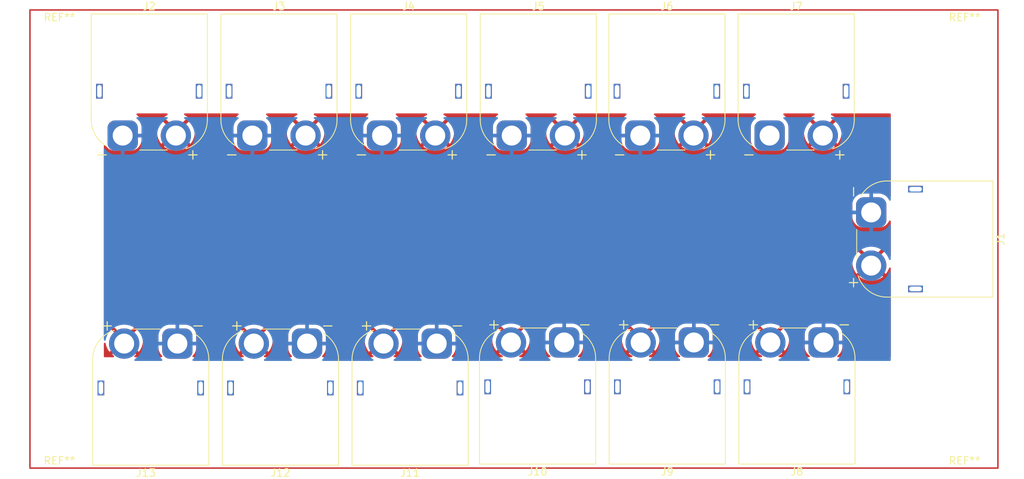
<source format=kicad_pcb>
(kicad_pcb (version 20240108) (generator "pcbnew") (generator_version "8.0")
  (layers (0 "F.Cu" signal) (31 "B.Cu" signal) (34 "B.Paste" user) (35 "F.Paste" user) (36 "B.SilkS" user "B.Silkscreen") (37 "F.SilkS" user "F.Silkscreen") (38 "B.Mask" user) (39 "F.Mask" user) (44 "Edge.Cuts" user))
  (net 0 "")
  (net 1 "GND")
  (net 2 "VCC")
  (footprint "MountingHole:MountingHole_2.5mm" (layer "F.Cu") (at 72.5 57.5)
    (property "Reference" "REF**" (at 0 -3.5 0) (layer "F.SilkS"))
    (property "Value" "MountingHole_2.5mm")
    (pad "" np_thru_hole circle (at 0 0) (size 2.5 2.5) (drill 2.5) (layers "*.Cu" "*.Mask"))
  )
  (footprint "Connector_AMASS:AMASS_XT60PW-M_1x02_P7.20mm_Horizontal" (layer "F.Cu") (at 106 98.15 180)
    (property "Reference" "J12" (at 3.6 -17.5 0) (layer "F.SilkS"))
    (property "Value" "XT60PW-M")
    (fp_line (start 11.46 -16.46) (end 11.46 -2.15) (stroke (width 0.12)) (layer "F.SilkS"))
    (fp_line (start 2.31 1.96) (end 6.05 1.96) (stroke (width 0.12)) (layer "F.SilkS"))
    (fp_line (start -4.26 -16.46) (end 11.46 -16.46) (stroke (width 0.12)) (layer "F.SilkS"))
    (fp_line (start -4.26 -16.46) (end -4.26 -2.15) (stroke (width 0.12)) (layer "F.SilkS"))
    (fp_arc (start 11.46 -2.15) (mid 10.653852 0.294722) (end 8.551648 1.780413) (stroke (width 0.12)) (layer "F.SilkS"))
    (fp_arc (start -2.266806 1.372958) (mid -3.727162 -0.126139) (end -4.26 -2.15) (stroke (width 0.12)) (layer "F.SilkS"))
    (fp_text user "-" (at -2.8 2.5 0) (layer "F.SilkS") (effects (font (size 1.5 1.5))))
    (fp_text user "+" (at 9.5 2.5 0) (layer "F.SilkS") (effects (font (size 1.5 1.5))))
    (pad "" thru_hole rect (at -3.15 -6 180) (size 0.9 2) (drill oval 0.6 1.7) (layers "*.Cu" "*.Mask"))
    (pad "" thru_hole rect (at 10.35 -6 180) (size 0.9 2) (drill oval 0.6 1.7) (layers "*.Cu" "*.Mask"))
    (pad "1" thru_hole roundrect (at 0 0 180) (size 4.1 4.1) (drill 2.7) (layers "*.Cu" "*.Mask") (net 1 "GND"))
    (pad "2" thru_hole circle (at 7.2 0 180) (size 4.1 4.1) (drill 2.7) (layers "*.Cu" "*.Mask") (net 2 "VCC"))
  )
  (footprint "MountingHole:MountingHole_2.5mm" (layer "F.Cu") (at 195 110.5 180)
    (property "Reference" "REF**" (at 0 -3.5 0) (layer "F.SilkS"))
    (property "Value" "MountingHole_2.5mm")
    (pad "" np_thru_hole circle (at 0 0 180) (size 2.5 2.5) (drill 2.5) (layers "*.Cu" "*.Mask"))
  )
  (footprint "Connector_AMASS:AMASS_XT60PW-M_1x02_P7.20mm_Horizontal" (layer "F.Cu") (at 175.9 98 180)
    (property "Reference" "J8" (at 3.6 -17.5 0) (layer "F.SilkS"))
    (property "Value" "XT60PW-M")
    (fp_line (start 11.46 -16.46) (end 11.46 -2.15) (stroke (width 0.12)) (layer "F.SilkS"))
    (fp_line (start 2.31 1.96) (end 6.05 1.96) (stroke (width 0.12)) (layer "F.SilkS"))
    (fp_line (start -4.26 -16.46) (end 11.46 -16.46) (stroke (width 0.12)) (layer "F.SilkS"))
    (fp_line (start -4.26 -16.46) (end -4.26 -2.15) (stroke (width 0.12)) (layer "F.SilkS"))
    (fp_arc (start 11.46 -2.15) (mid 10.653852 0.294722) (end 8.551648 1.780413) (stroke (width 0.12)) (layer "F.SilkS"))
    (fp_arc (start -2.266806 1.372958) (mid -3.727162 -0.126139) (end -4.26 -2.15) (stroke (width 0.12)) (layer "F.SilkS"))
    (fp_text user "-" (at -2.8 2.5 0) (layer "F.SilkS") (effects (font (size 1.5 1.5))))
    (fp_text user "+" (at 9.5 2.5 0) (layer "F.SilkS") (effects (font (size 1.5 1.5))))
    (pad "" thru_hole rect (at -3.15 -6 180) (size 0.9 2) (drill oval 0.6 1.7) (layers "*.Cu" "*.Mask"))
    (pad "" thru_hole rect (at 10.35 -6 180) (size 0.9 2) (drill oval 0.6 1.7) (layers "*.Cu" "*.Mask"))
    (pad "1" thru_hole roundrect (at 0 0 180) (size 4.1 4.1) (drill 2.7) (layers "*.Cu" "*.Mask") (net 1 "GND"))
    (pad "2" thru_hole circle (at 7.2 0 180) (size 4.1 4.1) (drill 2.7) (layers "*.Cu" "*.Mask") (net 2 "VCC"))
  )
  (footprint "Connector_AMASS:AMASS_XT60PW-M_1x02_P7.20mm_Horizontal" (layer "F.Cu") (at 182.35 80.4 -90)
    (property "Reference" "J1" (at 3.6 -17.5 90) (layer "F.SilkS"))
    (property "Value" "XT60PW-M")
    (fp_line (start 2.31 1.96) (end 6.05 1.96) (stroke (width 0.12)) (layer "F.SilkS"))
    (fp_line (start -4.26 -16.46) (end -4.26 -2.15) (stroke (width 0.12)) (layer "F.SilkS"))
    (fp_line (start -4.26 -16.46) (end 11.46 -16.46) (stroke (width 0.12)) (layer "F.SilkS"))
    (fp_line (start 11.46 -16.46) (end 11.46 -2.15) (stroke (width 0.12)) (layer "F.SilkS"))
    (fp_arc (start -2.266806 1.372958) (mid -3.727162 -0.126139) (end -4.26 -2.15) (stroke (width 0.12)) (layer "F.SilkS"))
    (fp_arc (start 11.46 -2.15) (mid 10.653852 0.294722) (end 8.551648 1.780413) (stroke (width 0.12)) (layer "F.SilkS"))
    (fp_text user "+" (at 9.5 2.5 90) (layer "F.SilkS") (effects (font (size 1.5 1.5))))
    (fp_text user "-" (at -2.8 2.5 90) (layer "F.SilkS") (effects (font (size 1.5 1.5))))
    (pad "" thru_hole rect (at -3.15 -6 270) (size 0.9 2) (drill oval 0.6 1.7) (layers "*.Cu" "*.Mask"))
    (pad "" thru_hole rect (at 10.35 -6 270) (size 0.9 2) (drill oval 0.6 1.7) (layers "*.Cu" "*.Mask"))
    (pad "1" thru_hole roundrect (at 0 0 270) (size 4.1 4.1) (drill 2.7) (layers "*.Cu" "*.Mask") (net 1 "GND"))
    (pad "2" thru_hole circle (at 7.2 0 270) (size 4.1 4.1) (drill 2.7) (layers "*.Cu" "*.Mask") (net 2 "VCC"))
  )
  (footprint "Connector_AMASS:AMASS_XT60PW-M_1x02_P7.20mm_Horizontal" (layer "F.Cu") (at 88.45 98.15 180)
    (property "Reference" "J13" (at 4.25 -17.5 0) (layer "F.SilkS"))
    (property "Value" "XT60PW-M")
    (fp_line (start 11.46 -16.46) (end 11.46 -2.15) (stroke (width 0.12)) (layer "F.SilkS"))
    (fp_line (start 2.31 1.96) (end 6.05 1.96) (stroke (width 0.12)) (layer "F.SilkS"))
    (fp_line (start -4.26 -16.46) (end 11.46 -16.46) (stroke (width 0.12)) (layer "F.SilkS"))
    (fp_line (start -4.26 -16.46) (end -4.26 -2.15) (stroke (width 0.12)) (layer "F.SilkS"))
    (fp_arc (start 11.46 -2.15) (mid 10.653852 0.294722) (end 8.551648 1.780413) (stroke (width 0.12)) (layer "F.SilkS"))
    (fp_arc (start -2.266806 1.372958) (mid -3.727162 -0.126139) (end -4.26 -2.15) (stroke (width 0.12)) (layer "F.SilkS"))
    (fp_text user "-" (at -2.8 2.5 0) (layer "F.SilkS") (effects (font (size 1.5 1.5))))
    (fp_text user "+" (at 9.5 2.5 0) (layer "F.SilkS") (effects (font (size 1.5 1.5))))
    (pad "" thru_hole rect (at -3.15 -6 180) (size 0.9 2) (drill oval 0.6 1.7) (layers "*.Cu" "*.Mask"))
    (pad "" thru_hole rect (at 10.35 -6 180) (size 0.9 2) (drill oval 0.6 1.7) (layers "*.Cu" "*.Mask"))
    (pad "1" thru_hole roundrect (at 0 0 180) (size 4.1 4.1) (drill 2.7) (layers "*.Cu" "*.Mask") (net 1 "GND"))
    (pad "2" thru_hole circle (at 7.2 0 180) (size 4.1 4.1) (drill 2.7) (layers "*.Cu" "*.Mask") (net 2 "VCC"))
  )
  (footprint "MountingHole:MountingHole_2.5mm" (layer "F.Cu") (at 72.5 110.5 180)
    (property "Reference" "REF**" (at 0 -3.5 360) (layer "F.SilkS"))
    (property "Value" "MountingHole_2.5mm")
    (pad "" np_thru_hole circle (at 0 0 180) (size 2.5 2.5) (drill 2.5) (layers "*.Cu" "*.Mask"))
  )
  (footprint "Connector_AMASS:AMASS_XT60PW-M_1x02_P7.20mm_Horizontal" (layer "F.Cu") (at 158.35 98 180)
    (property "Reference" "J9" (at 3.6 -17.5 0) (layer "F.SilkS"))
    (property "Value" "XT60PW-M")
    (fp_line (start 11.46 -16.46) (end 11.46 -2.15) (stroke (width 0.12)) (layer "F.SilkS"))
    (fp_line (start 2.31 1.96) (end 6.05 1.96) (stroke (width 0.12)) (layer "F.SilkS"))
    (fp_line (start -4.26 -16.46) (end 11.46 -16.46) (stroke (width 0.12)) (layer "F.SilkS"))
    (fp_line (start -4.26 -16.46) (end -4.26 -2.15) (stroke (width 0.12)) (layer "F.SilkS"))
    (fp_arc (start 11.46 -2.15) (mid 10.653852 0.294722) (end 8.551648 1.780413) (stroke (width 0.12)) (layer "F.SilkS"))
    (fp_arc (start -2.266806 1.372958) (mid -3.727162 -0.126139) (end -4.26 -2.15) (stroke (width 0.12)) (layer "F.SilkS"))
    (fp_text user "-" (at -2.8 2.5 0) (layer "F.SilkS") (effects (font (size 1.5 1.5))))
    (fp_text user "+" (at 9.5 2.5 0) (layer "F.SilkS") (effects (font (size 1.5 1.5))))
    (pad "" thru_hole rect (at -3.15 -6 180) (size 0.9 2) (drill oval 0.6 1.7) (layers "*.Cu" "*.Mask"))
    (pad "" thru_hole rect (at 10.35 -6 180) (size 0.9 2) (drill oval 0.6 1.7) (layers "*.Cu" "*.Mask"))
    (pad "1" thru_hole roundrect (at 0 0 180) (size 4.1 4.1) (drill 2.7) (layers "*.Cu" "*.Mask") (net 1 "GND"))
    (pad "2" thru_hole circle (at 7.2 0 180) (size 4.1 4.1) (drill 2.7) (layers "*.Cu" "*.Mask") (net 2 "VCC"))
  )
  (footprint "Connector_AMASS:AMASS_XT60PW-M_1x02_P7.20mm_Horizontal" (layer "F.Cu") (at 81.05 70)
    (property "Reference" "J2" (at 3.6 -17.5 0) (layer "F.SilkS"))
    (property "Value" "XT60PW-M")
    (fp_line (start -4.26 -16.46) (end -4.26 -2.15) (stroke (width 0.12)) (layer "F.SilkS"))
    (fp_line (start -4.26 -16.46) (end 11.46 -16.46) (stroke (width 0.12)) (layer "F.SilkS"))
    (fp_line (start 2.31 1.96) (end 6.05 1.96) (stroke (width 0.12)) (layer "F.SilkS"))
    (fp_line (start 11.46 -16.46) (end 11.46 -2.15) (stroke (width 0.12)) (layer "F.SilkS"))
    (fp_arc (start -2.266806 1.372958) (mid -3.727162 -0.126139) (end -4.26 -2.15) (stroke (width 0.12)) (layer "F.SilkS"))
    (fp_arc (start 11.46 -2.15) (mid 10.653852 0.294722) (end 8.551648 1.780413) (stroke (width 0.12)) (layer "F.SilkS"))
    (fp_text user "-" (at -2.8 2.5 0) (layer "F.SilkS") (effects (font (size 1.5 1.5))))
    (fp_text user "+" (at 9.5 2.5 0) (layer "F.SilkS") (effects (font (size 1.5 1.5))))
    (pad "" thru_hole rect (at -3.15 -6) (size 0.9 2) (drill oval 0.6 1.7) (layers "*.Cu" "*.Mask"))
    (pad "" thru_hole rect (at 10.35 -6) (size 0.9 2) (drill oval 0.6 1.7) (layers "*.Cu" "*.Mask"))
    (pad "1" thru_hole roundrect (at 0 0) (size 4.1 4.1) (drill 2.7) (layers "*.Cu" "*.Mask") (net 1 "GND"))
    (pad "2" thru_hole circle (at 7.2 0) (size 4.1 4.1) (drill 2.7) (layers "*.Cu" "*.Mask") (net 2 "VCC"))
  )
  (footprint "Connector_AMASS:AMASS_XT60PW-M_1x02_P7.20mm_Horizontal" (layer "F.Cu") (at 151.1 70)
    (property "Reference" "J6" (at 3.6 -17.5 0) (layer "F.SilkS"))
    (property "Value" "XT60PW-M")
    (fp_line (start -4.26 -16.46) (end -4.26 -2.15) (stroke (width 0.12)) (layer "F.SilkS"))
    (fp_line (start -4.26 -16.46) (end 11.46 -16.46) (stroke (width 0.12)) (layer "F.SilkS"))
    (fp_line (start 2.31 1.96) (end 6.05 1.96) (stroke (width 0.12)) (layer "F.SilkS"))
    (fp_line (start 11.46 -16.46) (end 11.46 -2.15) (stroke (width 0.12)) (layer "F.SilkS"))
    (fp_arc (start -2.266806 1.372958) (mid -3.727162 -0.126139) (end -4.26 -2.15) (stroke (width 0.12)) (layer "F.SilkS"))
    (fp_arc (start 11.46 -2.15) (mid 10.653852 0.294722) (end 8.551648 1.780413) (stroke (width 0.12)) (layer "F.SilkS"))
    (fp_text user "-" (at -2.8 2.5 0) (layer "F.SilkS") (effects (font (size 1.5 1.5))))
    (fp_text user "+" (at 9.5 2.5 0) (layer "F.SilkS") (effects (font (size 1.5 1.5))))
    (pad "" thru_hole rect (at -3.15 -6) (size 0.9 2) (drill oval 0.6 1.7) (layers "*.Cu" "*.Mask"))
    (pad "" thru_hole rect (at 10.35 -6) (size 0.9 2) (drill oval 0.6 1.7) (layers "*.Cu" "*.Mask"))
    (pad "1" thru_hole roundrect (at 0 0) (size 4.1 4.1) (drill 2.7) (layers "*.Cu" "*.Mask") (net 1 "GND"))
    (pad "2" thru_hole circle (at 7.2 0) (size 4.1 4.1) (drill 2.7) (layers "*.Cu" "*.Mask") (net 2 "VCC"))
  )
  (footprint "Connector_AMASS:AMASS_XT60PW-M_1x02_P7.20mm_Horizontal" (layer "F.Cu") (at 140.8 98 180)
    (property "Reference" "J10" (at 3.6 -17.5 0) (layer "F.SilkS"))
    (property "Value" "XT60PW-M")
    (fp_line (start 11.46 -16.46) (end 11.46 -2.15) (stroke (width 0.12)) (layer "F.SilkS"))
    (fp_line (start 2.31 1.96) (end 6.05 1.96) (stroke (width 0.12)) (layer "F.SilkS"))
    (fp_line (start -4.26 -16.46) (end 11.46 -16.46) (stroke (width 0.12)) (layer "F.SilkS"))
    (fp_line (start -4.26 -16.46) (end -4.26 -2.15) (stroke (width 0.12)) (layer "F.SilkS"))
    (fp_arc (start 11.46 -2.15) (mid 10.653852 0.294722) (end 8.551648 1.780413) (stroke (width 0.12)) (layer "F.SilkS"))
    (fp_arc (start -2.266806 1.372958) (mid -3.727162 -0.126139) (end -4.26 -2.15) (stroke (width 0.12)) (layer "F.SilkS"))
    (fp_text user "-" (at -2.8 2.5 0) (layer "F.SilkS") (effects (font (size 1.5 1.5))))
    (fp_text user "+" (at 9.5 2.5 0) (layer "F.SilkS") (effects (font (size 1.5 1.5))))
    (pad "" thru_hole rect (at -3.15 -6 180) (size 0.9 2) (drill oval 0.6 1.7) (layers "*.Cu" "*.Mask"))
    (pad "" thru_hole rect (at 10.35 -6 180) (size 0.9 2) (drill oval 0.6 1.7) (layers "*.Cu" "*.Mask"))
    (pad "1" thru_hole roundrect (at 0 0 180) (size 4.1 4.1) (drill 2.7) (layers "*.Cu" "*.Mask") (net 1 "GND"))
    (pad "2" thru_hole circle (at 7.2 0 180) (size 4.1 4.1) (drill 2.7) (layers "*.Cu" "*.Mask") (net 2 "VCC"))
  )
  (footprint "Connector_AMASS:AMASS_XT60PW-M_1x02_P7.20mm_Horizontal" (layer "F.Cu") (at 133.7 70)
    (property "Reference" "J5" (at 3.6 -17.5 0) (layer "F.SilkS"))
    (property "Value" "XT60PW-M")
    (fp_line (start -4.26 -16.46) (end -4.26 -2.15) (stroke (width 0.12)) (layer "F.SilkS"))
    (fp_line (start -4.26 -16.46) (end 11.46 -16.46) (stroke (width 0.12)) (layer "F.SilkS"))
    (fp_line (start 2.31 1.96) (end 6.05 1.96) (stroke (width 0.12)) (layer "F.SilkS"))
    (fp_line (start 11.46 -16.46) (end 11.46 -2.15) (stroke (width 0.12)) (layer "F.SilkS"))
    (fp_arc (start -2.266806 1.372958) (mid -3.727162 -0.126139) (end -4.26 -2.15) (stroke (width 0.12)) (layer "F.SilkS"))
    (fp_arc (start 11.46 -2.15) (mid 10.653852 0.294722) (end 8.551648 1.780413) (stroke (width 0.12)) (layer "F.SilkS"))
    (fp_text user "+" (at 9.5 2.5 0) (layer "F.SilkS") (effects (font (size 1.5 1.5))))
    (fp_text user "-" (at -2.8 2.5 0) (layer "F.SilkS") (effects (font (size 1.5 1.5))))
    (pad "" thru_hole rect (at -3.15 -6) (size 0.9 2) (drill oval 0.6 1.7) (layers "*.Cu" "*.Mask"))
    (pad "" thru_hole rect (at 10.35 -6) (size 0.9 2) (drill oval 0.6 1.7) (layers "*.Cu" "*.Mask"))
    (pad "1" thru_hole roundrect (at 0 0) (size 4.1 4.1) (drill 2.7) (layers "*.Cu" "*.Mask") (net 1 "GND"))
    (pad "2" thru_hole circle (at 7.2 0) (size 4.1 4.1) (drill 2.7) (layers "*.Cu" "*.Mask") (net 2 "VCC"))
  )
  (footprint "Connector_AMASS:AMASS_XT60PW-M_1x02_P7.20mm_Horizontal" (layer "F.Cu") (at 168.6 70)
    (property "Reference" "J7" (at 3.6 -17.5 0) (layer "F.SilkS"))
    (property "Value" "XT60PW-M")
    (fp_line (start -4.26 -16.46) (end -4.26 -2.15) (stroke (width 0.12)) (layer "F.SilkS"))
    (fp_line (start -4.26 -16.46) (end 11.46 -16.46) (stroke (width 0.12)) (layer "F.SilkS"))
    (fp_line (start 2.31 1.96) (end 6.05 1.96) (stroke (width 0.12)) (layer "F.SilkS"))
    (fp_line (start 11.46 -16.46) (end 11.46 -2.15) (stroke (width 0.12)) (layer "F.SilkS"))
    (fp_arc (start -2.266806 1.372958) (mid -3.727162 -0.126139) (end -4.26 -2.15) (stroke (width 0.12)) (layer "F.SilkS"))
    (fp_arc (start 11.46 -2.15) (mid 10.653852 0.294722) (end 8.551648 1.780413) (stroke (width 0.12)) (layer "F.SilkS"))
    (fp_text user "-" (at -2.8 2.5 0) (layer "F.SilkS") (effects (font (size 1.5 1.5))))
    (fp_text user "+" (at 9.5 2.5 0) (layer "F.SilkS") (effects (font (size 1.5 1.5))))
    (pad "" thru_hole rect (at -3.15 -6) (size 0.9 2) (drill oval 0.6 1.7) (layers "*.Cu" "*.Mask"))
    (pad "" thru_hole rect (at 10.35 -6) (size 0.9 2) (drill oval 0.6 1.7) (layers "*.Cu" "*.Mask"))
    (pad "1" thru_hole roundrect (at 0 0) (size 4.1 4.1) (drill 2.7) (layers "*.Cu" "*.Mask"))
    (pad "2" thru_hole circle (at 7.2 0) (size 4.1 4.1) (drill 2.7) (layers "*.Cu" "*.Mask") (net 2 "VCC"))
  )
  (footprint "Connector_AMASS:AMASS_XT60PW-M_1x02_P7.20mm_Horizontal" (layer "F.Cu") (at 123.55 98.15 180)
    (property "Reference" "J11" (at 3.6 -17.5 0) (layer "F.SilkS"))
    (property "Value" "XT60PW-M")
    (fp_line (start 11.46 -16.46) (end 11.46 -2.15) (stroke (width 0.12)) (layer "F.SilkS"))
    (fp_line (start 2.31 1.96) (end 6.05 1.96) (stroke (width 0.12)) (layer "F.SilkS"))
    (fp_line (start -4.26 -16.46) (end 11.46 -16.46) (stroke (width 0.12)) (layer "F.SilkS"))
    (fp_line (start -4.26 -16.46) (end -4.26 -2.15) (stroke (width 0.12)) (layer "F.SilkS"))
    (fp_arc (start 11.46 -2.15) (mid 10.653852 0.294722) (end 8.551648 1.780413) (stroke (width 0.12)) (layer "F.SilkS"))
    (fp_arc (start -2.266806 1.372958) (mid -3.727162 -0.126139) (end -4.26 -2.15) (stroke (width 0.12)) (layer "F.SilkS"))
    (fp_text user "+" (at 9.5 2.5 0) (layer "F.SilkS") (effects (font (size 1.5 1.5))))
    (fp_text user "-" (at -2.8 2.5 0) (layer "F.SilkS") (effects (font (size 1.5 1.5))))
    (pad "" thru_hole rect (at -3.15 -6 180) (size 0.9 2) (drill oval 0.6 1.7) (layers "*.Cu" "*.Mask"))
    (pad "" thru_hole rect (at 10.35 -6 180) (size 0.9 2) (drill oval 0.6 1.7) (layers "*.Cu" "*.Mask"))
    (pad "1" thru_hole roundrect (at 0 0 180) (size 4.1 4.1) (drill 2.7) (layers "*.Cu" "*.Mask") (net 1 "GND"))
    (pad "2" thru_hole circle (at 7.2 0 180) (size 4.1 4.1) (drill 2.7) (layers "*.Cu" "*.Mask") (net 2 "VCC"))
  )
  (footprint "Connector_AMASS:AMASS_XT60PW-M_1x02_P7.20mm_Horizontal" (layer "F.Cu") (at 116.15 70)
    (property "Reference" "J4" (at 3.6 -17.5 0) (layer "F.SilkS"))
    (property "Value" "XT60PW-M")
    (fp_line (start -4.26 -16.46) (end -4.26 -2.15) (stroke (width 0.12)) (layer "F.SilkS"))
    (fp_line (start -4.26 -16.46) (end 11.46 -16.46) (stroke (width 0.12)) (layer "F.SilkS"))
    (fp_line (start 2.31 1.96) (end 6.05 1.96) (stroke (width 0.12)) (layer "F.SilkS"))
    (fp_line (start 11.46 -16.46) (end 11.46 -2.15) (stroke (width 0.12)) (layer "F.SilkS"))
    (fp_arc (start -2.266806 1.372958) (mid -3.727162 -0.126139) (end -4.26 -2.15) (stroke (width 0.12)) (layer "F.SilkS"))
    (fp_arc (start 11.46 -2.15) (mid 10.653852 0.294722) (end 8.551648 1.780413) (stroke (width 0.12)) (layer "F.SilkS"))
    (fp_text user "-" (at -2.8 2.5 0) (layer "F.SilkS") (effects (font (size 1.5 1.5))))
    (fp_text user "+" (at 9.5 2.5 0) (layer "F.SilkS") (effects (font (size 1.5 1.5))))
    (pad "" thru_hole rect (at -3.15 -6) (size 0.9 2) (drill oval 0.6 1.7) (layers "*.Cu" "*.Mask"))
    (pad "" thru_hole rect (at 10.35 -6) (size 0.9 2) (drill oval 0.6 1.7) (layers "*.Cu" "*.Mask"))
    (pad "1" thru_hole roundrect (at 0 0) (size 4.1 4.1) (drill 2.7) (layers "*.Cu" "*.Mask") (net 1 "GND"))
    (pad "2" thru_hole circle (at 7.2 0) (size 4.1 4.1) (drill 2.7) (layers "*.Cu" "*.Mask") (net 2 "VCC"))
  )
  (footprint "MountingHole:MountingHole_2.5mm" (layer "F.Cu") (at 195 57.5)
    (property "Reference" "REF**" (at 0 -3.5 0) (layer "F.SilkS"))
    (property "Value" "MountingHole_2.5mm")
    (pad "" np_thru_hole circle (at 0 0) (size 2.5 2.5) (drill 2.5) (layers "*.Cu" "*.Mask"))
  )
  (footprint "Connector_AMASS:AMASS_XT60PW-M_1x02_P7.20mm_Horizontal" (layer "F.Cu") (at 98.6 70)
    (property "Reference" "J3" (at 3.6 -17.5 0) (layer "F.SilkS"))
    (property "Value" "XT60PW-M")
    (fp_line (start -4.26 -16.46) (end -4.26 -2.15) (stroke (width 0.12)) (layer "F.SilkS"))
    (fp_line (start -4.26 -16.46) (end 11.46 -16.46) (stroke (width 0.12)) (layer "F.SilkS"))
    (fp_line (start 2.31 1.96) (end 6.05 1.96) (stroke (width 0.12)) (layer "F.SilkS"))
    (fp_line (start 11.46 -16.46) (end 11.46 -2.15) (stroke (width 0.12)) (layer "F.SilkS"))
    (fp_arc (start -2.266806 1.372958) (mid -3.727162 -0.126139) (end -4.26 -2.15) (stroke (width 0.12)) (layer "F.SilkS"))
    (fp_arc (start 11.46 -2.15) (mid 10.653852 0.294722) (end 8.551648 1.780413) (stroke (width 0.12)) (layer "F.SilkS"))
    (fp_text user "-" (at -2.8 2.5 0) (layer "F.SilkS") (effects (font (size 1.5 1.5))))
    (fp_text user "+" (at 9.5 2.5 0) (layer "F.SilkS") (effects (font (size 1.5 1.5))))
    (pad "" thru_hole rect (at -3.15 -6) (size 0.9 2) (drill oval 0.6 1.7) (layers "*.Cu" "*.Mask"))
    (pad "" thru_hole rect (at 10.35 -6) (size 0.9 2) (drill oval 0.6 1.7) (layers "*.Cu" "*.Mask"))
    (pad "1" thru_hole roundrect (at 0 0) (size 4.1 4.1) (drill 2.7) (layers "*.Cu" "*.Mask") (net 1 "GND"))
    (pad "2" thru_hole circle (at 7.2 0) (size 4.1 4.1) (drill 2.7) (layers "*.Cu" "*.Mask") (net 2 "VCC"))
  )
  (gr_rect (start 68.5 53) (end 199.5 115) (stroke (width 0.2)) (fill none) (layer "F.Cu"))
  (zone (net 2) (net_name "VCC") (layer "F.Cu") (connect_pads (clearance 0.5)) (min_thickness 0.25) (fill yes (thermal_gap 0.5) (thermal_bridge_width 0.5))
    (polygon (pts (xy 78.5 67) (xy 185 67) (xy 185 100) (xy 78.5 100)))
  )
  (zone (net 1) (net_name "GND") (layer "B.Cu") (priority 1) (connect_pads (clearance 0.5)) (min_thickness 0.25) (fill yes (thermal_gap 0.5) (thermal_bridge_width 0.5))
    (polygon (pts (xy 185 67.5) (xy 185 100.5) (xy 78.5 100.5) (xy 78.5 67.5)))
  )
)
</source>
